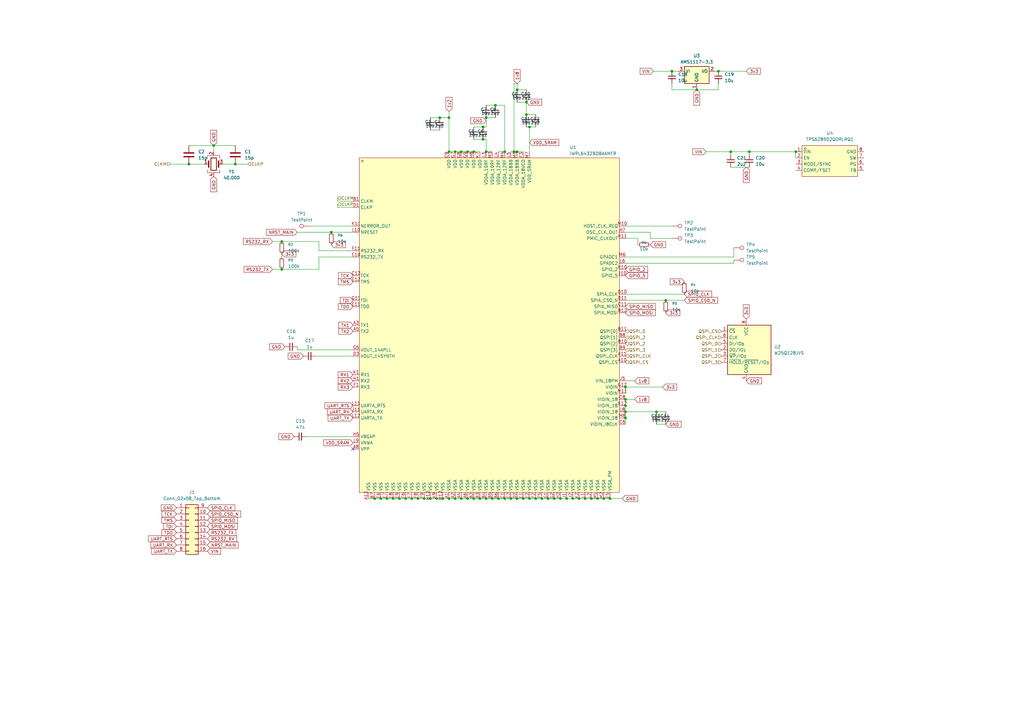
<source format=kicad_sch>
(kicad_sch (version 20250114) (generator "eeschema") (generator_version "9.0")
  (paper "A3")
  (lib_symbols
    (symbol "Connector:TestPoint" (pin_numbers (hide yes)) (pin_names (offset 0.762) (hide yes))
      (property "Reference" "TP" (at 0 6.858 0))
      (property "Value" "TestPoint" (at 0 5.08 0))
      (symbol "TestPoint_0_1"
        (circle (center 0 3.302) (radius 0.762))
      )
      (symbol "TestPoint_1_1"
        (pin passive line (at 0 0 90) (length 2.54) (name "1") (number "1"))
      )
    )
    (symbol "Connector_Generic:Conn_02x08_Top_Bottom" (pin_names (offset 1.016) (hide yes))
      (property "Reference" "J" (at 1.27 10.16 0))
      (property "Value" "Conn_02x08_Top_Bottom" (at 1.27 -12.7 0))
      (symbol "Conn_02x08_Top_Bottom_1_1"
        (rectangle (start -1.27 8.89) (end 3.81 -11.43) (stroke (width 0.254)) (fill (type background)))
        (rectangle (start -1.27 7.747) (end 0 7.493) (stroke (width 0.1524)))
        (rectangle (start -1.27 5.207) (end 0 4.953) (stroke (width 0.1524)))
        (rectangle (start -1.27 2.667) (end 0 2.413) (stroke (width 0.1524)))
        (rectangle (start -1.27 0.127) (end 0 -0.127) (stroke (width 0.1524)))
        (rectangle (start -1.27 -2.413) (end 0 -2.667) (stroke (width 0.1524)))
        (rectangle (start -1.27 -4.953) (end 0 -5.207) (stroke (width 0.1524)))
        (rectangle (start -1.27 -7.493) (end 0 -7.747) (stroke (width 0.1524)))
        (rectangle (start -1.27 -10.033) (end 0 -10.287) (stroke (width 0.1524)))
        (rectangle (start 3.81 7.747) (end 2.54 7.493) (stroke (width 0.1524)))
        (rectangle (start 3.81 5.207) (end 2.54 4.953) (stroke (width 0.1524)))
        (rectangle (start 3.81 2.667) (end 2.54 2.413) (stroke (width 0.1524)))
        (rectangle (start 3.81 0.127) (end 2.54 -0.127) (stroke (width 0.1524)))
        (rectangle (start 3.81 -2.413) (end 2.54 -2.667) (stroke (width 0.1524)))
        (rectangle (start 3.81 -4.953) (end 2.54 -5.207) (stroke (width 0.1524)))
        (rectangle (start 3.81 -7.493) (end 2.54 -7.747) (stroke (width 0.1524)))
        (rectangle (start 3.81 -10.033) (end 2.54 -10.287) (stroke (width 0.1524)))
        (pin passive line (at -5.08 7.62 0) (length 3.81) (name "Pin_1") (number "1"))
        (pin passive line (at -5.08 5.08 0) (length 3.81) (name "Pin_2") (number "2"))
        (pin passive line (at -5.08 2.54 0) (length 3.81) (name "Pin_3") (number "3"))
        (pin passive line (at -5.08 0 0) (length 3.81) (name "Pin_4") (number "4"))
        (pin passive line (at -5.08 -2.54 0) (length 3.81) (name "Pin_5") (number "5"))
        (pin passive line (at -5.08 -5.08 0) (length 3.81) (name "Pin_6") (number "6"))
        (pin passive line (at -5.08 -7.62 0) (length 3.81) (name "Pin_7") (number "7"))
        (pin passive line (at -5.08 -10.16 0) (length 3.81) (name "Pin_8") (number "8"))
        (pin passive line (at 7.62 7.62 180) (length 3.81) (name "Pin_9") (number "9"))
        (pin passive line (at 7.62 5.08 180) (length 3.81) (name "Pin_10") (number "10"))
        (pin passive line (at 7.62 2.54 180) (length 3.81) (name "Pin_11") (number "11"))
        (pin passive line (at 7.62 0 180) (length 3.81) (name "Pin_12") (number "12"))
        (pin passive line (at 7.62 -2.54 180) (length 3.81) (name "Pin_13") (number "13"))
        (pin passive line (at 7.62 -5.08 180) (length 3.81) (name "Pin_14") (number "14"))
        (pin passive line (at 7.62 -7.62 180) (length 3.81) (name "Pin_15") (number "15"))
        (pin passive line (at 7.62 -10.16 180) (length 3.81) (name "Pin_16") (number "16"))
      )
    )
    (symbol "Device:C" (pin_numbers (hide yes)) (pin_names (offset 0.254))
      (property "Reference" "C" (at 0.635 2.54 0))
      (property "Value" "C" (at 0.635 -2.54 0))
      (symbol "C_0_1"
        (polyline (pts (xy -2.032 0.762) (xy 2.032 0.762)) (stroke (width 0.508)))
        (polyline (pts (xy -2.032 -0.762) (xy 2.032 -0.762)) (stroke (width 0.508)))
      )
      (symbol "C_1_1"
        (pin passive line (at 0 3.81 270) (length 2.794) (name "~") (number "1"))
        (pin passive line (at 0 -3.81 90) (length 2.794) (name "~") (number "2"))
      )
    )
    (symbol "Device:C_Small" (pin_numbers (hide yes)) (pin_names (offset 0.254) (hide yes))
      (property "Reference" "C" (at 0.254 1.778 0))
      (property "Value" "C_Small" (at 0.254 -2.032 0))
      (symbol "C_Small_0_1"
        (polyline (pts (xy -1.524 0.508) (xy 1.524 0.508)) (stroke (width 0.3048)))
        (polyline (pts (xy -1.524 -0.508) (xy 1.524 -0.508)) (stroke (width 0.3302)))
      )
      (symbol "C_Small_1_1"
        (pin passive line (at 0 2.54 270) (length 2.032) (name "~") (number "1"))
        (pin passive line (at 0 -2.54 90) (length 2.032) (name "~") (number "2"))
      )
    )
    (symbol "Device:Crystal_GND24" (pin_names (offset 1.016) (hide yes))
      (property "Reference" "Y" (at 3.175 5.08 0))
      (property "Value" "Crystal_GND24" (at 3.175 3.175 0))
      (symbol "Crystal_GND24_0_1"
        (polyline (pts (xy -2.54 2.286) (xy -2.54 3.556) (xy 2.54 3.556) (xy 2.54 2.286)))
        (polyline (pts (xy -2.54 0) (xy -2.032 0)))
        (polyline (pts (xy -2.54 -2.286) (xy -2.54 -3.556) (xy 2.54 -3.556) (xy 2.54 -2.286)))
        (polyline (pts (xy -2.032 -1.27) (xy -2.032 1.27)) (stroke (width 0.508)))
        (rectangle (start -1.143 2.54) (end 1.143 -2.54) (stroke (width 0.3048)))
        (polyline (pts (xy 0 3.556) (xy 0 3.81)))
        (polyline (pts (xy 0 -3.81) (xy 0 -3.556)))
        (polyline (pts (xy 2.032 0) (xy 2.54 0)))
        (polyline (pts (xy 2.032 -1.27) (xy 2.032 1.27)) (stroke (width 0.508)))
      )
      (symbol "Crystal_GND24_1_1"
        (pin passive line (at -3.81 0 0) (length 1.27) (name "1") (number "1"))
        (pin passive line (at 0 5.08 270) (length 1.27) (name "2") (number "2"))
        (pin passive line (at 0 -5.08 90) (length 1.27) (name "4") (number "4"))
        (pin passive line (at 3.81 0 180) (length 1.27) (name "3") (number "3"))
      )
    )
    (symbol "Device:R_Small" (pin_numbers (hide yes)) (pin_names (offset 0.254) (hide yes))
      (property "Reference" "R" (at 0 0 90))
      (property "Value" "R_Small" (at 1.778 0 90))
      (symbol "R_Small_0_1"
        (rectangle (start -0.762 1.778) (end 0.762 -1.778) (stroke (width 0.2032)))
      )
      (symbol "R_Small_1_1"
        (pin passive line (at 0 2.54 270) (length 0.762) (name "~") (number "1"))
        (pin passive line (at 0 -2.54 90) (length 0.762) (name "~") (number "2"))
      )
    )
    (symbol "Memory_Flash:W25Q128JVS"
      (property "Reference" "U" (at -6.35 11.43 0))
      (property "Value" "W25Q128JVS" (at 7.62 11.43 0))
      (symbol "W25Q128JVS_0_1"
        (rectangle (start -7.62 10.16) (end 10.16 -10.16) (stroke (width 0.254)) (fill (type background)))
      )
      (symbol "W25Q128JVS_1_1"
        (pin input line (at -10.16 7.62 0) (length 2.54) (name "~{CS}") (number "1"))
        (pin input line (at -10.16 5.08 0) (length 2.54) (name "CLK") (number "6"))
        (pin bidirectional line (at -10.16 2.54 0) (length 2.54) (name "DI/IO_{0}") (number "5"))
        (pin bidirectional line (at -10.16 0 0) (length 2.54) (name "DO/IO_{1}") (number "2"))
        (pin bidirectional line (at -10.16 -2.54 0) (length 2.54) (name "~{WP}/IO_{2}") (number "3"))
        (pin bidirectional line (at -10.16 -5.08 0) (length 2.54) (name "~{HOLD}/~{RESET}/IO_{3}") (number "7"))
        (pin power_in line (at 0 12.7 270) (length 2.54) (name "VCC") (number "8"))
        (pin power_in line (at 0 -12.7 90) (length 2.54) (name "GND") (number "4"))
      )
    )
    (symbol "Regulator_Linear:AMS1117-3.3"
      (property "Reference" "U" (at -3.81 3.175 0))
      (property "Value" "AMS1117-3.3" (at 0 3.175 0))
      (symbol "AMS1117-3.3_0_1"
        (rectangle (start -5.08 -5.08) (end 5.08 1.905) (stroke (width 0.254)) (fill (type background)))
      )
      (symbol "AMS1117-3.3_1_1"
        (pin power_in line (at -7.62 0 0) (length 2.54) (name "VI") (number "3"))
        (pin power_in line (at 0 -7.62 90) (length 2.54) (name "GND") (number "1"))
        (pin power_out line (at 7.62 0 180) (length 2.54) (name "VO") (number "2"))
      )
    )
    (symbol "easyeda2kicad:IWRL6432BDBAAMFR"
      (property "Reference" "U" (at 0 76.2 0))
      (property "Value" "IWRL6432BDBAAMFR" (at 0 -76.2 0))
      (symbol "IWRL6432BDBAAMFR_0_1"
        (rectangle (start -53.34 68.58) (end 53.34 -68.58) (fill (type background)))
        (circle (center -52.07 67.31) (radius 0.38))
        (pin unspecified line (at -55.88 50.8 0) (length 2.54) (name "CLKM") (number "B1"))
        (pin unspecified line (at -55.88 48.26 0) (length 2.54) (name "CLKP") (number "D1"))
        (pin unspecified line (at -55.88 40.64 0) (length 2.54) (name "NERROR_OUT") (number "K11"))
        (pin unspecified line (at -55.88 38.1 0) (length 2.54) (name "NRESET") (number "L10"))
        (pin unspecified line (at -55.88 30.48 0) (length 2.54) (name "RS232_RX") (number "F11"))
        (pin unspecified line (at -55.88 27.94 0) (length 2.54) (name "RS232_TX") (number "E10"))
        (pin unspecified line (at -55.88 20.32 0) (length 2.54) (name "TCK") (number "C12"))
        (pin unspecified line (at -55.88 17.78 0) (length 2.54) (name "TMS") (number "E12"))
        (pin unspecified line (at -55.88 10.16 0) (length 2.54) (name "TDI") (number "G11"))
        (pin unspecified line (at -55.88 7.62 0) (length 2.54) (name "TDO") (number "E11"))
        (pin unspecified line (at -55.88 0 0) (length 2.54) (name "TX1") (number "A3"))
        (pin unspecified line (at -55.88 -2.54 0) (length 2.54) (name "TX2") (number "A5"))
        (pin unspecified line (at -55.88 -10.16 0) (length 2.54) (name "VOUT_14APLL") (number "G5"))
        (pin unspecified line (at -55.88 -12.7 0) (length 2.54) (name "VOUT_14SYNTH") (number "D3"))
        (pin unspecified line (at -55.88 -20.32 0) (length 2.54) (name "RX1") (number "K1"))
        (pin unspecified line (at -55.88 -22.86 0) (length 2.54) (name "RX2") (number "H1"))
        (pin unspecified line (at -55.88 -25.4 0) (length 2.54) (name "RX3") (number "F1"))
        (pin unspecified line (at -55.88 -33.02 0) (length 2.54) (name "UARTA_RTS") (number "L11"))
        (pin unspecified line (at -55.88 -35.56 0) (length 2.54) (name "UARTA_RX") (number "J11"))
        (pin unspecified line (at -55.88 -38.1 0) (length 2.54) (name "UARTA_TX") (number "L12"))
        (pin unspecified line (at -55.88 -45.72 0) (length 2.54) (name "VBGAP") (number "H5"))
        (pin unspecified line (at -55.88 -48.26 0) (length 2.54) (name "VNWA") (number "L9"))
        (pin unspecified line (at -55.88 -50.8 0) (length 2.54) (name "VPP") (number "A8"))
        (pin unspecified line (at -49.53 -71.12 90) (length 2.54) (name "VSS") (number "A12"))
        (pin unspecified line (at -46.99 -71.12 90) (length 2.54) (name "VSS") (number "B7"))
        (pin unspecified line (at -44.45 -71.12 90) (length 2.54) (name "VSS") (number "E6"))
        (pin unspecified line (at -41.91 -71.12 90) (length 2.54) (name "VSS") (number "E7"))
        (pin unspecified line (at -39.37 -71.12 90) (length 2.54) (name "VSS") (number "E8"))
        (pin unspecified line (at -36.83 -71.12 90) (length 2.54) (name "VSS") (number "E9"))
        (pin unspecified line (at -34.29 -71.12 90) (length 2.54) (name "VSS") (number "F6"))
        (pin unspecified line (at -31.75 -71.12 90) (length 2.54) (name "VSS") (number "F7"))
        (pin unspecified line (at -29.21 -71.12 90) (length 2.54) (name "VSS") (number "F8"))
        (pin unspecified line (at -26.67 -71.12 90) (length 2.54) (name "VSS") (number "F9"))
        (pin unspecified line (at -24.13 -71.12 90) (length 2.54) (name "VSS") (number "H12"))
        (pin unspecified line (at -21.59 -71.12 90) (length 2.54) (name "VSS") (number "K9"))
        (pin unspecified line (at -19.05 -71.12 90) (length 2.54) (name "VSS") (number "M12"))
        (pin unspecified line (at -16.51 71.12 270) (length 2.54) (name "VDD") (number "C9"))
        (pin unspecified line (at -16.51 -71.12 90) (length 2.54) (name "VSSA") (number "A1"))
        (pin unspecified line (at -13.97 71.12 270) (length 2.54) (name "VDD") (number "G7"))
        (pin unspecified line (at -13.97 -71.12 90) (length 2.54) (name "VSSA") (number "A2"))
        (pin unspecified line (at -11.43 71.12 270) (length 2.54) (name "VDD") (number "G8"))
        (pin unspecified line (at -11.43 -71.12 90) (length 2.54) (name "VSSA") (number "A4"))
        (pin unspecified line (at -8.89 71.12 270) (length 2.54) (name "VDD") (number "G9"))
        (pin unspecified line (at -8.89 -71.12 90) (length 2.54) (name "VSSA") (number "A6"))
        (pin unspecified line (at -6.35 71.12 270) (length 2.54) (name "VDD") (number "H8"))
        (pin unspecified line (at -6.35 -71.12 90) (length 2.54) (name "VSSA") (number "B2"))
        (pin unspecified line (at -3.81 71.12 270) (length 2.54) (name "VDD") (number "K7"))
        (pin unspecified line (at -3.81 -71.12 90) (length 2.54) (name "VSSA") (number "B3"))
        (pin unspecified line (at -1.27 71.12 270) (length 2.54) (name "VDDA_10RF") (number "L3"))
        (pin unspecified line (at -1.27 -71.12 90) (length 2.54) (name "VSSA") (number "B4"))
        (pin unspecified line (at 1.27 71.12 270) (length 2.54) (name "VDDA_10RF") (number "M3"))
        (pin unspecified line (at 1.27 -71.12 90) (length 2.54) (name "VSSA") (number "B5"))
        (pin unspecified line (at 3.81 71.12 270) (length 2.54) (name "VDDA_12RF") (number "L4"))
        (pin unspecified line (at 3.81 -71.12 90) (length 2.54) (name "VSSA") (number "B6"))
        (pin unspecified line (at 6.35 71.12 270) (length 2.54) (name "VDDA_12RF") (number "M4"))
        (pin unspecified line (at 6.35 -71.12 90) (length 2.54) (name "VSSA") (number "C1"))
        (pin unspecified line (at 8.89 71.12 270) (length 2.54) (name "VDDA_18BB") (number "L5"))
        (pin unspecified line (at 8.89 -71.12 90) (length 2.54) (name "VSSA") (number "C2"))
        (pin unspecified line (at 11.43 71.12 270) (length 2.54) (name "VDDA_18BB") (number "M5"))
        (pin unspecified line (at 11.43 -71.12 90) (length 2.54) (name "VSSA") (number "D2"))
        (pin unspecified line (at 13.97 71.12 270) (length 2.54) (name "VDDA_18VCO") (number "F3"))
        (pin unspecified line (at 13.97 -71.12 90) (length 2.54) (name "VSSA") (number "E1"))
        (pin unspecified line (at 16.51 71.12 270) (length 2.54) (name "VDD_SRAM") (number "M7"))
        (pin unspecified line (at 16.51 -71.12 90) (length 2.54) (name "VSSA") (number "E2"))
        (pin unspecified line (at 19.05 -71.12 90) (length 2.54) (name "VSSA") (number "F2"))
        (pin unspecified line (at 21.59 -71.12 90) (length 2.54) (name "VSSA") (number "F5"))
        (pin unspecified line (at 24.13 -71.12 90) (length 2.54) (name "VSSA") (number "G1"))
        (pin unspecified line (at 26.67 -71.12 90) (length 2.54) (name "VSSA") (number "G2"))
        (pin unspecified line (at 29.21 -71.12 90) (length 2.54) (name "VSSA") (number "H2"))
        (pin unspecified line (at 31.75 -71.12 90) (length 2.54) (name "VSSA") (number "J1"))
        (pin unspecified line (at 34.29 -71.12 90) (length 2.54) (name "VSSA") (number "J2"))
        (pin unspecified line (at 36.83 -71.12 90) (length 2.54) (name "VSSA") (number "K2"))
        (pin unspecified line (at 39.37 -71.12 90) (length 2.54) (name "VSSA") (number "L1"))
        (pin unspecified line (at 41.91 -71.12 90) (length 2.54) (name "VSSA") (number "L2"))
        (pin unspecified line (at 44.45 -71.12 90) (length 2.54) (name "VSSA") (number "M1"))
        (pin unspecified line (at 46.99 -71.12 90) (length 2.54) (name "VSSA") (number "M2"))
        (pin unspecified line (at 49.53 -71.12 90) (length 2.54) (name "VSSA_PM") (number "E5"))
        (pin unspecified line (at 55.88 40.64 180) (length 2.54) (name "HOST_CLK_REQ") (number "M10"))
        (pin unspecified line (at 55.88 38.1 180) (length 2.54) (name "OSC_CLK_OUT") (number "A7"))
        (pin unspecified line (at 55.88 35.56 180) (length 2.54) (name "PMIC_CLKOUT") (number "H11"))
        (pin unspecified line (at 55.88 27.94 180) (length 2.54) (name "GPADC1") (number "M6"))
        (pin unspecified line (at 55.88 25.4 180) (length 2.54) (name "GPADC2") (number "L6"))
        (pin unspecified line (at 55.88 22.86 180) (length 2.54) (name "GPIO_2") (number "H10"))
        (pin unspecified line (at 55.88 20.32 180) (length 2.54) (name "GPIO_5") (number "J10"))
        (pin unspecified line (at 55.88 12.7 180) (length 2.54) (name "SPIA_CLK") (number "D10"))
        (pin unspecified line (at 55.88 10.16 180) (length 2.54) (name "SPIA_CS0_N") (number "D11"))
        (pin unspecified line (at 55.88 7.62 180) (length 2.54) (name "SPIA_MISO") (number "C11"))
        (pin unspecified line (at 55.88 5.08 180) (length 2.54) (name "SPIA_MOSI") (number "B12"))
        (pin unspecified line (at 55.88 -2.54 180) (length 2.54) (name "QSPI[0]") (number "B11"))
        (pin unspecified line (at 55.88 -5.08 180) (length 2.54) (name "QSPI[1]") (number "B8"))
        (pin unspecified line (at 55.88 -7.62 180) (length 2.54) (name "QSPI[2]") (number "B10"))
        (pin unspecified line (at 55.88 -10.16 180) (length 2.54) (name "QSPI[3]") (number "B9"))
        (pin unspecified line (at 55.88 -12.7 180) (length 2.54) (name "QSPI_CLK") (number "A11"))
        (pin unspecified line (at 55.88 -15.24 180) (length 2.54) (name "QSPI_CS") (number "A10"))
        (pin unspecified line (at 55.88 -22.86 180) (length 2.54) (name "VIN_18PM") (number "J5"))
        (pin unspecified line (at 55.88 -25.4 180) (length 2.54) (name "VIOIN") (number "G12"))
        (pin unspecified line (at 55.88 -27.94 180) (length 2.54) (name "VIOIN") (number "M11"))
        (pin unspecified line (at 55.88 -30.48 180) (length 2.54) (name "VIOIN_18") (number "C8"))
        (pin unspecified line (at 55.88 -33.02 180) (length 2.54) (name "VIOIN_18") (number "K12"))
        (pin unspecified line (at 55.88 -35.56 180) (length 2.54) (name "VIOIN_18") (number "L8"))
        (pin unspecified line (at 55.88 -38.1 180) (length 2.54) (name "VIOIN_18") (number "M8"))
        (pin unspecified line (at 55.88 -40.64 180) (length 2.54) (name "VIOIN_I8CLK") (number "C6"))
      )
    )
    (symbol "easyeda2kicad:TPS628502QDRLRQ1"
      (property "Reference" "U" (at 0 8.89 0))
      (property "Value" "TPS628502QDRLRQ1" (at 0 -8.89 0))
      (symbol "TPS628502QDRLRQ1_0_1"
        (rectangle (start -11.43 6.35) (end 11.43 -6.35) (fill (type background)))
        (circle (center -10.16 5.08) (radius 0.38))
        (pin unspecified line (at -13.97 3.81 0) (length 2.54) (name "VIN") (number "1"))
        (pin unspecified line (at -13.97 1.27 0) (length 2.54) (name "EN") (number "2"))
        (pin unspecified line (at -13.97 -1.27 0) (length 2.54) (name "MODE/SYNC") (number "3"))
        (pin unspecified line (at -13.97 -3.81 0) (length 2.54) (name "COMP/FSET") (number "4"))
        (pin unspecified line (at 13.97 3.81 180) (length 2.54) (name "GND") (number "8"))
        (pin unspecified line (at 13.97 1.27 180) (length 2.54) (name "SW") (number "7"))
        (pin unspecified line (at 13.97 -1.27 180) (length 2.54) (name "PG") (number "6"))
        (pin unspecified line (at 13.97 -3.81 180) (length 2.54) (name "FB") (number "5"))
      )
    )
  )
  (junction (at 180.34 48.26))
  (junction (at 191.77 204.47))
  (junction (at 196.85 204.47))
  (junction (at 212.09 204.47))
  (junction (at 222.25 204.47))
  (junction (at 181.61 204.47))
  (junction (at 199.39 48.26))
  (junction (at 256.54 158.75))
  (junction (at 189.23 62.23))
  (junction (at 198.12 57.15))
  (junction (at 234.95 204.47))
  (junction (at 299.72 62.23))
  (junction (at 256.54 166.37))
  (junction (at 245.11 204.47))
  (junction (at 184.15 204.47))
  (junction (at 179.07 204.47))
  (junction (at 161.29 204.47))
  (junction (at 171.45 204.47))
  (junction (at 294.64 29.21))
  (junction (at 217.17 52.07))
  (junction (at 250.19 204.47))
  (junction (at 115.57 110.49))
  (junction (at 198.12 52.07))
  (junction (at 219.71 204.47))
  (junction (at 203.2 43.18))
  (junction (at 256.54 163.83))
  (junction (at 135.89 95.25))
  (junction (at 273.05 123.19))
  (junction (at 153.67 204.47))
  (junction (at 186.69 62.23))
  (junction (at 156.21 204.47))
  (junction (at 242.57 204.47))
  (junction (at 201.93 204.47))
  (junction (at 184.15 62.23))
  (junction (at 199.39 62.23))
  (junction (at 210.82 62.23))
  (junction (at 176.53 204.47))
  (junction (at 307.34 62.23))
  (junction (at 199.39 204.47))
  (junction (at 217.17 204.47))
  (junction (at 247.65 204.47))
  (junction (at 240.03 204.47))
  (junction (at 256.54 168.91))
  (junction (at 166.37 204.47))
  (junction (at 194.31 204.47))
  (junction (at 237.49 204.47))
  (junction (at 115.57 99.06))
  (junction (at 184.15 48.26))
  (junction (at 326.39 62.23))
  (junction (at 269.24 168.91))
  (junction (at 186.69 204.47))
  (junction (at 227.33 204.47))
  (junction (at 224.79 204.47))
  (junction (at 77.47 67.31))
  (junction (at 229.87 204.47))
  (junction (at 209.55 204.47))
  (junction (at 215.9 41.91))
  (junction (at 256.54 171.45))
  (junction (at 194.31 62.23))
  (junction (at 168.91 204.47))
  (junction (at 87.63 59.69))
  (junction (at 158.75 204.47))
  (junction (at 96.52 67.31))
  (junction (at 207.01 204.47))
  (junction (at 207.01 62.23))
  (junction (at 212.09 62.23))
  (junction (at 215.9 46.99))
  (junction (at 191.77 62.23))
  (junction (at 163.83 204.47))
  (junction (at 214.63 204.47))
  (junction (at 189.23 204.47))
  (junction (at 212.09 36.83))
  (junction (at 232.41 204.47))
  (junction (at 173.99 204.47))
  (junction (at 204.47 204.47))
  (junction (at 285.75 36.83))
  (junction (at 275.59 29.21))
  (no_connect (at 144.78 184.15))
  (wire (pts (xy 209.55 204.47) (xy 212.09 204.47)))
  (wire (pts (xy 138.43 85.09) (xy 144.78 85.09)))
  (wire (pts (xy 261.62 97.79) (xy 261.62 100.33)))
  (wire (pts (xy 273.05 123.19) (xy 256.54 123.19)))
  (wire (pts (xy 212.09 34.29) (xy 212.09 36.83)))
  (wire (pts (xy 151.13 204.47) (xy 153.67 204.47)))
  (wire (pts (xy 138.43 82.55) (xy 144.78 82.55)))
  (wire (pts (xy 69.85 67.31) (xy 77.47 67.31)))
  (wire (pts (xy 163.83 204.47) (xy 166.37 204.47)))
  (wire (pts (xy 294.64 36.83) (xy 285.75 36.83)))
  (wire (pts (xy 176.53 204.47) (xy 179.07 204.47)))
  (wire (pts (xy 222.25 204.47) (xy 224.79 204.47)))
  (wire (pts (xy 173.99 204.47) (xy 176.53 204.47)))
  (wire (pts (xy 326.39 62.23) (xy 326.39 64.77)))
  (wire (pts (xy 207.01 43.18) (xy 207.01 62.23)))
  (wire (pts (xy 256.54 156.21) (xy 260.35 156.21)))
  (wire (pts (xy 181.61 204.47) (xy 184.15 204.47)))
  (wire (pts (xy 207.01 204.47) (xy 209.55 204.47)))
  (wire (pts (xy 256.54 168.91) (xy 256.54 171.45)))
  (wire (pts (xy 96.52 67.31) (xy 101.6 67.31)))
  (wire (pts (xy 256.54 105.41) (xy 300.99 105.41)))
  (wire (pts (xy 275.59 97.79) (xy 266.7 97.79)))
  (wire (pts (xy 256.54 168.91) (xy 269.24 168.91)))
  (wire (pts (xy 77.47 59.69) (xy 87.63 59.69)))
  (wire (pts (xy 227.33 204.47) (xy 229.87 204.47)))
  (wire (pts (xy 217.17 52.07) (xy 217.17 62.23)))
  (wire (pts (xy 115.57 110.49) (xy 130.81 110.49)))
  (wire (pts (xy 242.57 204.47) (xy 245.11 204.47)))
  (wire (pts (xy 215.9 52.07) (xy 217.17 52.07)))
  (wire (pts (xy 215.9 46.99) (xy 219.71 46.99)))
  (wire (pts (xy 203.2 43.18) (xy 207.01 43.18)))
  (wire (pts (xy 245.11 204.47) (xy 247.65 204.47)))
  (wire (pts (xy 299.72 62.23) (xy 307.34 62.23)))
  (wire (pts (xy 130.81 105.41) (xy 144.78 105.41)))
  (wire (pts (xy 266.7 95.25) (xy 256.54 95.25)))
  (wire (pts (xy 212.09 204.47) (xy 214.63 204.47)))
  (wire (pts (xy 87.63 59.69) (xy 87.63 62.23)))
  (wire (pts (xy 199.39 204.47) (xy 201.93 204.47)))
  (wire (pts (xy 217.17 204.47) (xy 219.71 204.47)))
  (wire (pts (xy 289.56 62.23) (xy 299.72 62.23)))
  (wire (pts (xy 250.19 204.47) (xy 255.27 204.47)))
  (wire (pts (xy 186.69 62.23) (xy 189.23 62.23)))
  (wire (pts (xy 166.37 204.47) (xy 168.91 204.47)))
  (wire (pts (xy 269.24 173.99) (xy 273.05 173.99)))
  (wire (pts (xy 138.43 81.28) (xy 138.43 82.55)))
  (wire (pts (xy 219.71 204.47) (xy 222.25 204.47)))
  (wire (pts (xy 267.97 29.21) (xy 275.59 29.21)))
  (wire (pts (xy 77.47 67.31) (xy 83.82 67.31)))
  (wire (pts (xy 115.57 99.06) (xy 130.81 99.06)))
  (wire (pts (xy 275.59 29.21) (xy 278.13 29.21)))
  (wire (pts (xy 189.23 62.23) (xy 191.77 62.23)))
  (wire (pts (xy 256.54 97.79) (xy 261.62 97.79)))
  (wire (pts (xy 91.44 67.31) (xy 96.52 67.31)))
  (wire (pts (xy 307.34 62.23) (xy 307.34 63.5)))
  (wire (pts (xy 293.37 29.21) (xy 294.64 29.21)))
  (wire (pts (xy 199.39 48.26) (xy 199.39 52.07)))
  (wire (pts (xy 144.78 179.07) (xy 125.73 179.07)))
  (wire (pts (xy 256.54 166.37) (xy 256.54 168.91)))
  (wire (pts (xy 198.12 57.15) (xy 199.39 57.15)))
  (wire (pts (xy 138.43 83.82) (xy 138.43 85.09)))
  (wire (pts (xy 194.31 204.47) (xy 196.85 204.47)))
  (wire (pts (xy 294.64 34.29) (xy 294.64 36.83)))
  (wire (pts (xy 161.29 204.47) (xy 163.83 204.47)))
  (wire (pts (xy 240.03 204.47) (xy 242.57 204.47)))
  (wire (pts (xy 212.09 41.91) (xy 215.9 41.91)))
  (wire (pts (xy 87.63 59.69) (xy 96.52 59.69)))
  (wire (pts (xy 135.89 95.25) (xy 144.78 95.25)))
  (wire (pts (xy 111.76 99.06) (xy 115.57 99.06)))
  (wire (pts (xy 191.77 204.47) (xy 194.31 204.47)))
  (wire (pts (xy 158.75 204.47) (xy 161.29 204.47)))
  (wire (pts (xy 191.77 62.23) (xy 194.31 62.23)))
  (wire (pts (xy 153.67 204.47) (xy 156.21 204.47)))
  (wire (pts (xy 256.54 158.75) (xy 256.54 161.29)))
  (wire (pts (xy 168.91 204.47) (xy 171.45 204.47)))
  (wire (pts (xy 199.39 48.26) (xy 203.2 48.26)))
  (wire (pts (xy 307.34 62.23) (xy 326.39 62.23)))
  (wire (pts (xy 176.53 53.34) (xy 180.34 53.34)))
  (wire (pts (xy 280.67 123.19) (xy 273.05 123.19)))
  (wire (pts (xy 199.39 43.18) (xy 203.2 43.18)))
  (wire (pts (xy 256.54 92.71) (xy 275.59 92.71)))
  (wire (pts (xy 121.92 143.51) (xy 121.92 142.24)))
  (wire (pts (xy 186.69 204.47) (xy 189.23 204.47)))
  (wire (pts (xy 204.47 62.23) (xy 207.01 62.23)))
  (wire (pts (xy 229.87 204.47) (xy 232.41 204.47)))
  (wire (pts (xy 275.59 34.29) (xy 275.59 36.83)))
  (wire (pts (xy 201.93 204.47) (xy 204.47 204.47)))
  (wire (pts (xy 130.81 99.06) (xy 130.81 102.87)))
  (wire (pts (xy 194.31 52.07) (xy 198.12 52.07)))
  (wire (pts (xy 299.72 68.58) (xy 307.34 68.58)))
  (wire (pts (xy 275.59 36.83) (xy 285.75 36.83)))
  (wire (pts (xy 232.41 204.47) (xy 234.95 204.47)))
  (wire (pts (xy 269.24 168.91) (xy 273.05 168.91)))
  (wire (pts (xy 256.54 158.75) (xy 271.78 158.75)))
  (wire (pts (xy 196.85 204.47) (xy 199.39 204.47)))
  (wire (pts (xy 176.53 48.26) (xy 180.34 48.26)))
  (wire (pts (xy 256.54 120.65) (xy 280.67 120.65)))
  (wire (pts (xy 266.7 97.79) (xy 266.7 95.25)))
  (wire (pts (xy 199.39 57.15) (xy 199.39 62.23)))
  (wire (pts (xy 212.09 36.83) (xy 215.9 36.83)))
  (wire (pts (xy 184.15 204.47) (xy 186.69 204.47)))
  (wire (pts (xy 199.39 62.23) (xy 201.93 62.23)))
  (wire (pts (xy 300.99 107.95) (xy 300.99 106.68)))
  (wire (pts (xy 210.82 34.29) (xy 210.82 62.23)))
  (wire (pts (xy 129.54 146.05) (xy 144.78 146.05)))
  (wire (pts (xy 212.09 62.23) (xy 214.63 62.23)))
  (wire (pts (xy 256.54 163.83) (xy 256.54 166.37)))
  (wire (pts (xy 194.31 62.23) (xy 196.85 62.23)))
  (wire (pts (xy 256.54 171.45) (xy 256.54 173.99)))
  (wire (pts (xy 214.63 204.47) (xy 217.17 204.47)))
  (wire (pts (xy 210.82 62.23) (xy 209.55 62.23)))
  (wire (pts (xy 215.9 41.91) (xy 215.9 46.99)))
  (wire (pts (xy 130.81 102.87) (xy 144.78 102.87)))
  (wire (pts (xy 237.49 204.47) (xy 240.03 204.47)))
  (wire (pts (xy 184.15 45.72) (xy 184.15 48.26)))
  (wire (pts (xy 224.79 204.47) (xy 227.33 204.47)))
  (wire (pts (xy 210.82 62.23) (xy 212.09 62.23)))
  (wire (pts (xy 115.57 104.14) (xy 115.57 105.41)))
  (wire (pts (xy 121.92 95.25) (xy 135.89 95.25)))
  (wire (pts (xy 247.65 204.47) (xy 250.19 204.47)))
  (wire (pts (xy 204.47 204.47) (xy 207.01 204.47)))
  (wire (pts (xy 234.95 204.47) (xy 237.49 204.47)))
  (wire (pts (xy 260.35 163.83) (xy 256.54 163.83)))
  (wire (pts (xy 217.17 52.07) (xy 219.71 52.07)))
  (wire (pts (xy 130.81 110.49) (xy 130.81 105.41)))
  (wire (pts (xy 127 92.71) (xy 144.78 92.71)))
  (wire (pts (xy 294.64 29.21) (xy 306.07 29.21)))
  (wire (pts (xy 171.45 204.47) (xy 173.99 204.47)))
  (wire (pts (xy 184.15 62.23) (xy 186.69 62.23)))
  (wire (pts (xy 156.21 204.47) (xy 158.75 204.47)))
  (wire (pts (xy 256.54 107.95) (xy 300.99 107.95)))
  (wire (pts (xy 179.07 204.47) (xy 181.61 204.47)))
  (wire (pts (xy 184.15 48.26) (xy 184.15 62.23)))
  (wire (pts (xy 180.34 48.26) (xy 184.15 48.26)))
  (wire (pts (xy 189.23 204.47) (xy 191.77 204.47)))
  (wire (pts (xy 144.78 143.51) (xy 121.92 143.51)))
  (wire (pts (xy 300.99 105.41) (xy 300.99 101.6)))
  (wire (pts (xy 199.39 52.07) (xy 198.12 52.07)))
  (wire (pts (xy 210.82 34.29) (xy 212.09 34.29)))
  (wire (pts (xy 111.76 110.49) (xy 115.57 110.49)))
  (wire (pts (xy 299.72 62.23) (xy 299.72 63.5)))
  (wire (pts (xy 194.31 57.15) (xy 198.12 57.15)))
  (global_label "TX2" (shape input) (at 144.78 135.89 180) (property "Intersheetrefs" "${INTERSHEET_REFS}" (effects (hide yes))))
  (global_label "GND" (shape input) (at 285.75 36.83 270) (property "Intersheetrefs" "${INTERSHEET_REFS}" (effects (hide yes))))
  (global_label "VIN" (shape input) (at 267.97 29.21 180) (property "Intersheetrefs" "${INTERSHEET_REFS}" (effects (hide yes))))
  (global_label "SPI0_MOSI" (shape input) (at 256.54 128.27 0) (property "Intersheetrefs" "${INTERSHEET_REFS}" (effects (hide yes))))
  (global_label "UART_RX" (shape input) (at 144.78 168.91 180) (property "Intersheetrefs" "${INTERSHEET_REFS}" (effects (hide yes))))
  (global_label "1v8" (shape input) (at 260.35 163.83 0) (property "Intersheetrefs" "${INTERSHEET_REFS}" (effects (hide yes))))
  (global_label "RS232_TX" (shape input) (at 111.76 110.49 180) (property "Intersheetrefs" "${INTERSHEET_REFS}" (effects (hide yes))))
  (global_label "SPI0_CS0_N" (shape input) (at 85.09 210.82 0) (property "Intersheetrefs" "${INTERSHEET_REFS}" (effects (hide yes))))
  (global_label "RS232_RX" (shape input) (at 85.09 220.98 0) (property "Intersheetrefs" "${INTERSHEET_REFS}" (effects (hide yes))))
  (global_label "GND" (shape input) (at 306.07 156.21 0) (property "Intersheetrefs" "${INTERSHEET_REFS}" (effects (hide yes))))
  (global_label "3v3" (shape input) (at 273.05 128.27 0) (property "Intersheetrefs" "${INTERSHEET_REFS}" (effects (hide yes))))
  (global_label "UART_TX" (shape input) (at 144.78 171.45 180) (property "Intersheetrefs" "${INTERSHEET_REFS}" (effects (hide yes))))
  (global_label "3v3" (shape input) (at 271.78 158.75 0) (property "Intersheetrefs" "${INTERSHEET_REFS}" (effects (hide yes))))
  (global_label "GND" (shape input) (at 120.65 179.07 180) (property "Intersheetrefs" "${INTERSHEET_REFS}" (effects (hide yes))))
  (global_label "TDO" (shape input) (at 144.78 125.73 180) (property "Intersheetrefs" "${INTERSHEET_REFS}" (effects (hide yes))))
  (global_label "GND" (shape input) (at 215.9 41.91 0) (property "Intersheetrefs" "${INTERSHEET_REFS}" (effects (hide yes))))
  (global_label "TMS" (shape input) (at 72.39 213.36 180) (property "Intersheetrefs" "${INTERSHEET_REFS}" (effects (hide yes))))
  (global_label "VDD_SRAM" (shape input) (at 144.78 181.61 180) (property "Intersheetrefs" "${INTERSHEET_REFS}" (effects (hide yes))))
  (global_label "GPIO_5" (shape input) (at 256.54 113.03 0) (property "Intersheetrefs" "${INTERSHEET_REFS}" (effects (hide yes))))
  (global_label "3v3" (shape input) (at 280.67 115.57 180) (property "Intersheetrefs" "${INTERSHEET_REFS}" (effects (hide yes))))
  (global_label "RX2" (shape input) (at 144.78 156.21 180) (property "Intersheetrefs" "${INTERSHEET_REFS}" (effects (hide yes))))
  (global_label "1v8" (shape input) (at 212.09 34.29 90) (property "Intersheetrefs" "${INTERSHEET_REFS}" (effects (hide yes))))
  (global_label "UART_RTS" (shape input) (at 72.39 220.98 180) (property "Intersheetrefs" "${INTERSHEET_REFS}" (effects (hide yes))))
  (global_label "TDI" (shape input) (at 72.39 215.9 180) (property "Intersheetrefs" "${INTERSHEET_REFS}" (effects (hide yes))))
  (global_label "GND" (shape input) (at 87.63 72.39 270) (property "Intersheetrefs" "${INTERSHEET_REFS}" (effects (hide yes))))
  (global_label "NRST_MAIN" (shape input) (at 85.09 223.52 0) (property "Intersheetrefs" "${INTERSHEET_REFS}" (effects (hide yes))))
  (global_label "TX1" (shape input) (at 144.78 133.35 180) (property "Intersheetrefs" "${INTERSHEET_REFS}" (effects (hide yes))))
  (global_label "SPI0_MISO" (shape input) (at 85.09 213.36 0) (property "Intersheetrefs" "${INTERSHEET_REFS}" (effects (hide yes))))
  (global_label "VDD_SRAM" (shape input) (at 217.17 58.42 0) (property "Intersheetrefs" "${INTERSHEET_REFS}" (effects (hide yes))))
  (global_label "GND" (shape input) (at 199.39 49.53 180) (property "Intersheetrefs" "${INTERSHEET_REFS}" (effects (hide yes))))
  (global_label "RS232_TX" (shape input) (at 85.09 218.44 0) (property "Intersheetrefs" "${INTERSHEET_REFS}" (effects (hide yes))))
  (global_label "TDO" (shape input) (at 72.39 218.44 180) (property "Intersheetrefs" "${INTERSHEET_REFS}" (effects (hide yes))))
  (global_label "VIN" (shape input) (at 85.09 226.06 0) (property "Intersheetrefs" "${INTERSHEET_REFS}" (effects (hide yes))))
  (global_label "3v3" (shape input) (at 135.89 100.33 0) (property "Intersheetrefs" "${INTERSHEET_REFS}" (effects (hide yes))))
  (global_label "3v3" (shape input) (at 306.07 130.81 90) (property "Intersheetrefs" "${INTERSHEET_REFS}" (effects (hide yes))))
  (global_label "RS232_RX" (shape input) (at 111.76 99.06 180) (property "Intersheetrefs" "${INTERSHEET_REFS}" (effects (hide yes))))
  (global_label "GND" (shape input) (at 124.46 146.05 180) (property "Intersheetrefs" "${INTERSHEET_REFS}" (effects (hide yes))))
  (global_label "1v2" (shape input) (at 184.15 45.72 90) (property "Intersheetrefs" "${INTERSHEET_REFS}" (effects (hide yes))))
  (global_label "GND" (shape input) (at 266.7 100.33 0) (property "Intersheetrefs" "${INTERSHEET_REFS}" (effects (hide yes))))
  (global_label "TDI" (shape input) (at 144.78 123.19 180) (property "Intersheetrefs" "${INTERSHEET_REFS}" (effects (hide yes))))
  (global_label "UART_RTS" (shape input) (at 144.78 166.37 180) (property "Intersheetrefs" "${INTERSHEET_REFS}" (effects (hide yes))))
  (global_label "SPI0_CS0_N" (shape input) (at 280.67 123.19 0) (property "Intersheetrefs" "${INTERSHEET_REFS}" (effects (hide yes))))
  (global_label "1v8" (shape input) (at 260.35 156.21 0) (property "Intersheetrefs" "${INTERSHEET_REFS}" (effects (hide yes))))
  (global_label "TCK" (shape input) (at 144.78 113.03 180) (property "Intersheetrefs" "${INTERSHEET_REFS}" (effects (hide yes))))
  (global_label "GND" (shape input) (at 306.07 68.58 270) (property "Intersheetrefs" "${INTERSHEET_REFS}" (effects (hide yes))))
  (global_label "GND" (shape input) (at 273.05 173.99 0) (property "Intersheetrefs" "${INTERSHEET_REFS}" (effects (hide yes))))
  (global_label "GND" (shape input) (at 87.63 59.69 90) (property "Intersheetrefs" "${INTERSHEET_REFS}" (effects (hide yes))))
  (global_label "SPI0_MISO" (shape input) (at 256.54 125.73 0) (property "Intersheetrefs" "${INTERSHEET_REFS}" (effects (hide yes))))
  (global_label "TCK" (shape input) (at 72.39 210.82 180) (property "Intersheetrefs" "${INTERSHEET_REFS}" (effects (hide yes))))
  (global_label "NRST_MAIN" (shape input) (at 121.92 95.25 180) (property "Intersheetrefs" "${INTERSHEET_REFS}" (effects (hide yes))))
  (global_label "RX3" (shape input) (at 144.78 158.75 180) (property "Intersheetrefs" "${INTERSHEET_REFS}" (effects (hide yes))))
  (global_label "SPI0_CLK" (shape input) (at 280.67 120.65 0) (property "Intersheetrefs" "${INTERSHEET_REFS}" (effects (hide yes))))
  (global_label "GND" (shape input) (at 72.39 208.28 180) (property "Intersheetrefs" "${INTERSHEET_REFS}" (effects (hide yes))))
  (global_label "UART_RX" (shape input) (at 72.39 223.52 180) (property "Intersheetrefs" "${INTERSHEET_REFS}" (effects (hide yes))))
  (global_label "SPI0_MOSI" (shape input) (at 85.09 215.9 0) (property "Intersheetrefs" "${INTERSHEET_REFS}" (effects (hide yes))))
  (global_label "GPIO_2" (shape input) (at 256.54 110.49 0) (property "Intersheetrefs" "${INTERSHEET_REFS}" (effects (hide yes))))
  (global_label "RX1" (shape input) (at 144.78 153.67 180) (property "Intersheetrefs" "${INTERSHEET_REFS}" (effects (hide yes))))
  (global_label "3v3" (shape input) (at 115.57 104.14 0) (property "Intersheetrefs" "${INTERSHEET_REFS}" (effects (hide yes))))
  (global_label "TMS" (shape input) (at 144.78 115.57 180) (property "Intersheetrefs" "${INTERSHEET_REFS}" (effects (hide yes))))
  (global_label "GND" (shape input) (at 116.84 142.24 180) (property "Intersheetrefs" "${INTERSHEET_REFS}" (effects (hide yes))))
  (global_label "GND" (shape input) (at 255.27 204.47 0) (property "Intersheetrefs" "${INTERSHEET_REFS}" (effects (hide yes))))
  (global_label "3v3" (shape input) (at 306.07 29.21 0) (property "Intersheetrefs" "${INTERSHEET_REFS}" (effects (hide yes))))
  (global_label "SPI0_CLK" (shape input) (at 85.09 208.28 0) (property "Intersheetrefs" "${INTERSHEET_REFS}" (effects (hide yes))))
  (global_label "UART_TX" (shape input) (at 72.39 226.06 180) (property "Intersheetrefs" "${INTERSHEET_REFS}" (effects (hide yes))))
  (global_label "VIN" (shape input) (at 289.56 62.23 180) (property "Intersheetrefs" "${INTERSHEET_REFS}" (effects (hide yes))))
  (hierarchical_label "QSPI_2" (shape input) (at 256.54 138.43 0))
  (hierarchical_label "QSPI_2" (shape input) (at 295.91 146.05 180))
  (hierarchical_label "CLKP" (shape input) (at 101.6 67.31 0))
  (hierarchical_label "QSPI_0" (shape input) (at 256.54 135.89 0))
  (hierarchical_label "QSPI_3" (shape input) (at 295.91 148.59 180))
  (hierarchical_label "QSPI_2" (shape input) (at 256.54 140.97 0))
  (hierarchical_label "QSPI_CLK" (shape input) (at 256.54 146.05 0))
  (hierarchical_label "QSPI_0" (shape input) (at 295.91 140.97 180))
  (hierarchical_label "QSPI_CLK" (shape input) (at 295.91 138.43 180))
  (hierarchical_label "CLKP" (shape input) (at 138.43 83.82 0))
  (hierarchical_label "QSPI_CS" (shape input) (at 295.91 135.89 180))
  (hierarchical_label "QSPI_1" (shape input) (at 295.91 143.51 180))
  (hierarchical_label "QSPI_3" (shape input) (at 256.54 143.51 0))
  (hierarchical_label "QSPI_CS" (shape input) (at 256.54 148.59 0))
  (hierarchical_label "CLKM" (shape input) (at 138.43 81.28 0))
  (hierarchical_label "CLKM" (shape input) (at 69.85 67.31 180))
  (symbol (lib_id "Device:C_Small") (at 127 146.05 90) (unit 1)
    (property "Reference" "C17" (at 127.0063 139.7 90))
    (property "Value" "1u" (at 127.0063 142.24 90))
    (property "Footprint" "Capacitor_SMD:C_0603_1608Metric_Pad1.08x0.95mm_HandSolder" (effects (hide yes)))
    (property "Description" "Unpolarized capacitor, small symbol" (effects (hide yes)))
  )
  (symbol (lib_id "Device:C_Small") (at 194.31 54.61 0) (unit 1)
    (property "Reference" "C5" (at 192.024 53.848 0) (effects (justify left)))
    (property "Value" "10u" (at 192.278 55.372 0) (effects (justify left)))
    (property "Footprint" "Capacitor_SMD:C_0603_1608Metric_Pad1.08x0.95mm_HandSolder" (effects (hide yes)))
    (property "Description" "Unpolarized capacitor, small symbol" (effects (hide yes)))
  )
  (symbol (lib_id "Device:C_Small") (at 307.34 66.04 0) (unit 1)
    (property "Reference" "C20" (at 309.88 64.7762 0) (effects (justify left)))
    (property "Value" "10u" (at 309.88 67.3162 0) (effects (justify left)))
    (property "Footprint" "Capacitor_SMD:C_0603_1608Metric" (effects (hide yes)))
    (property "Description" "Unpolarized capacitor, small symbol" (effects (hide yes)))
  )
  (symbol (lib_id "Connector_Generic:Conn_02x08_Top_Bottom") (at 77.47 215.9 0) (unit 1)
    (property "Reference" "J1" (at 78.74 201.93 0))
    (property "Value" "Conn_02x08_Top_Bottom" (at 78.74 204.47 0))
    (property "Footprint" "Connector_PinHeader_2.54mm:PinHeader_2x08_P2.54mm_Vertical" (effects (hide yes)))
    (property "Description" "Generic connector, double row, 02x08, top/bottom pin numbering scheme (row 1: 1...pins_per_row, row2: pins_per_row+1 ... num_pins), script generated (kicad-library-utils/schlib/autogen/connector/)" (effects (hide yes)))
  )
  (symbol (lib_id "Connector:TestPoint") (at 300.99 101.6 270) (unit 1)
    (property "Reference" "TP4" (at 306.07 100.3299 90) (effects (justify left)))
    (property "Value" "TestPoint" (at 306.07 102.8699 90) (effects (justify left)))
    (property "Footprint" "TestPoint:TestPoint_Pad_D2.0mm" (effects (hide yes)))
    (property "Description" "test point" (effects (hide yes)))
  )
  (symbol (lib_id "Device:C_Small") (at 219.71 49.53 0) (unit 1)
    (property "Reference" "C12" (at 217.424 48.768 0) (effects (justify left)))
    (property "Value" "2u2" (at 217.678 50.292 0) (effects (justify left)))
    (property "Footprint" "Capacitor_SMD:C_0603_1608Metric_Pad1.08x0.95mm_HandSolder" (effects (hide yes)))
    (property "Description" "Unpolarized capacitor, small symbol" (effects (hide yes)))
  )
  (symbol (lib_id "Device:R_Small") (at 273.05 125.73 0) (unit 1)
    (property "Reference" "R5" (at 275.59 124.4599 0) (effects (font (size 1.016 1.016)) (justify left)))
    (property "Value" "10k" (at 275.59 126.9999 0) (effects (justify left)))
    (property "Footprint" "Resistor_SMD:R_0402_1005Metric" (effects (hide yes)))
    (property "Description" "Resistor, small symbol" (effects (hide yes)))
  )
  (symbol (lib_id "Device:C_Small") (at 215.9 49.53 0) (unit 1)
    (property "Reference" "C11" (at 213.614 48.768 0) (effects (justify left)))
    (property "Value" "10u" (at 213.868 50.292 0) (effects (justify left)))
    (property "Footprint" "Capacitor_SMD:C_0603_1608Metric_Pad1.08x0.95mm_HandSolder" (effects (hide yes)))
    (property "Description" "Unpolarized capacitor, small symbol" (effects (hide yes)))
  )
  (symbol (lib_id "Device:C_Small") (at 269.24 171.45 0) (unit 1)
    (property "Reference" "C13" (at 266.954 170.688 0) (effects (justify left)))
    (property "Value" "10u" (at 267.208 172.212 0) (effects (justify left)))
    (property "Footprint" "Capacitor_SMD:C_0603_1608Metric_Pad1.08x0.95mm_HandSolder" (effects (hide yes)))
    (property "Description" "Unpolarized capacitor, small symbol" (effects (hide yes)))
  )
  (symbol (lib_id "Device:C_Small") (at 215.9 39.37 0) (unit 1)
    (property "Reference" "C10" (at 213.614 38.608 0) (effects (justify left)))
    (property "Value" "2u2" (at 213.868 40.132 0) (effects (justify left)))
    (property "Footprint" "Capacitor_SMD:C_0603_1608Metric_Pad1.08x0.95mm_HandSolder" (effects (hide yes)))
    (property "Description" "Unpolarized capacitor, small symbol" (effects (hide yes)))
  )
  (symbol (lib_id "Device:C_Small") (at 275.59 31.75 0) (unit 1)
    (property "Reference" "C18" (at 278.13 30.4862 0) (effects (justify left)))
    (property "Value" "10u" (at 278.13 33.0262 0) (effects (justify left)))
    (property "Footprint" "Capacitor_SMD:C_0603_1608Metric" (effects (hide yes)))
    (property "Description" "Unpolarized capacitor, small symbol" (effects (hide yes)))
  )
  (symbol (lib_id "Connector:TestPoint") (at 300.99 106.68 270) (unit 1)
    (property "Reference" "TP5" (at 306.07 105.4099 90) (effects (justify left)))
    (property "Value" "TestPoint" (at 306.07 107.9499 90) (effects (justify left)))
    (property "Footprint" "TestPoint:TestPoint_Pad_D2.0mm" (effects (hide yes)))
    (property "Description" "test point" (effects (hide yes)))
  )
  (symbol (lib_id "Device:C_Small") (at 198.12 54.61 0) (unit 1)
    (property "Reference" "C6" (at 195.834 53.848 0) (effects (justify left)))
    (property "Value" "2u2" (at 196.088 55.372 0) (effects (justify left)))
    (property "Footprint" "Capacitor_SMD:C_0603_1608Metric_Pad1.08x0.95mm_HandSolder" (effects (hide yes)))
    (property "Description" "Unpolarized capacitor, small symbol" (effects (hide yes)))
  )
  (symbol (lib_id "Regulator_Linear:AMS1117-3.3") (at 285.75 29.21 0) (unit 1)
    (property "Reference" "U3" (at 285.75 22.86 0))
    (property "Value" "AMS1117-3.3" (at 285.75 25.4 0))
    (property "Footprint" "Package_TO_SOT_SMD:SOT-223-3_TabPin2" (effects (hide yes)))
    (property "Datasheet" "http://www.advanced-monolithic.com/pdf/ds1117.pdf" (effects (hide yes)))
    (property "Description" "1A Low Dropout regulator, positive, 3.3V fixed output, SOT-223" (effects (hide yes)))
  )
  (symbol (lib_id "Device:R_Small") (at 115.57 107.95 0) (unit 1)
    (property "Reference" "R3" (at 118.11 106.6799 0) (effects (font (size 1.016 1.016)) (justify left)))
    (property "Value" "100k" (at 118.11 109.2199 0) (effects (justify left)))
    (property "Footprint" "Resistor_SMD:R_0402_1005Metric" (effects (hide yes)))
    (property "Description" "Resistor, small symbol" (effects (hide yes)))
  )
  (symbol (lib_id "Device:R_Small") (at 264.16 100.33 270) (unit 1)
    (property "Reference" "R1" (at 264.16 99.568 90) (effects (font (size 1.016 1.016))))
    (property "Value" "10k" (at 264.16 102.108 90))
    (property "Footprint" "Resistor_SMD:R_0402_1005Metric" (effects (hide yes)))
    (property "Description" "Resistor, small symbol" (effects (hide yes)))
  )
  (symbol (lib_id "Device:C_Small") (at 203.2 45.72 0) (unit 1)
    (property "Reference" "C8" (at 200.914 44.958 0) (effects (justify left)))
    (property "Value" "2u2" (at 201.168 46.482 0) (effects (justify left)))
    (property "Footprint" "Capacitor_SMD:C_0603_1608Metric_Pad1.08x0.95mm_HandSolder" (effects (hide yes)))
    (property "Description" "Unpolarized capacitor, small symbol" (effects (hide yes)))
  )
  (symbol (lib_id "Device:C_Small") (at 123.19 179.07 90) (unit 1)
    (property "Reference" "C15" (at 123.1963 172.72 90))
    (property "Value" "47n" (at 123.1963 175.26 90))
    (property "Footprint" "Capacitor_SMD:C_0402_1005Metric_Pad0.74x0.62mm_HandSolder" (effects (hide yes)))
    (property "Description" "Unpolarized capacitor, small symbol" (effects (hide yes)))
  )
  (symbol (lib_id "Memory_Flash:W25Q128JVS") (at 306.07 143.51 0) (unit 1)
    (property "Reference" "U2" (at 317.5 142.2399 0) (effects (justify left)))
    (property "Value" "W25Q128JVS" (at 317.5 144.7799 0) (effects (justify left)))
    (property "Footprint" "Package_SO:SOIC-8_5.3x5.3mm_P1.27mm" (effects (hide yes)))
    (property "Datasheet" "https://www.winbond.com/resource-files/w25q128jv_dtr%20revc%2003272018%20plus.pdf" (effects (hide yes)))
    (property "Description" "128Mbit / 16MiB Serial Flash Memory, Standard/Dual/Quad SPI, 2.7-3.6V, SOIC-8" (effects (hide yes)))
  )
  (symbol (lib_id "Device:Crystal_GND24") (at 87.63 67.31 0) (unit 1)
    (property "Reference" "Y1" (at 94.996 70.358 0))
    (property "Value" "40.000" (at 94.996 72.898 0))
    (property "Footprint" "Crystal:Crystal_SMD_3225-4Pin_3.2x2.5mm_HandSoldering" (effects (hide yes)))
    (property "Description" "Four pin crystal, GND on pins 2 and 4" (effects (hide yes)))
  )
  (symbol (lib_id "easyeda2kicad:TPS628502QDRLRQ1") (at 340.36 66.04 0) (unit 1)
    (property "Reference" "U4" (at 340.36 54.61 0))
    (property "Value" "TPS628502QDRLRQ1" (at 340.36 57.15 0))
    (property "Footprint" "easyeda2kicad:SOT-583-8_L2.1-W1.2-P0.50-LS1.6-BR" (effects (hide yes)))
    (property "LCSC Part" "C3193229" (effects (hide yes)))
  )
  (symbol (lib_id "Device:C_Small") (at 212.09 39.37 0) (unit 1)
    (property "Reference" "C9" (at 209.804 38.608 0) (effects (justify left)))
    (property "Value" "10u" (at 210.058 40.132 0) (effects (justify left)))
    (property "Footprint" "Capacitor_SMD:C_0603_1608Metric_Pad1.08x0.95mm_HandSolder" (effects (hide yes)))
    (property "Description" "Unpolarized capacitor, small symbol" (effects (hide yes)))
  )
  (symbol (lib_id "Device:R_Small") (at 280.67 118.11 180) (unit 1)
    (property "Reference" "R4" (at 283.21 116.8399 0) (effects (font (size 1.016 1.016)) (justify right)))
    (property "Value" "10k" (at 283.21 119.3799 0) (effects (justify right)))
    (property "Footprint" "Resistor_SMD:R_0402_1005Metric" (effects (hide yes)))
    (property "Description" "Resistor, small symbol" (effects (hide yes)))
  )
  (symbol (lib_id "Device:R_Small") (at 135.89 97.79 0) (unit 1)
    (property "Reference" "R6" (at 138.43 96.5199 0) (effects (font (size 1.016 1.016)) (justify left)))
    (property "Value" "10k" (at 138.43 99.0599 0) (effects (justify left)))
    (property "Footprint" "Resistor_SMD:R_0402_1005Metric" (effects (hide yes)))
    (property "Description" "Resistor, small symbol" (effects (hide yes)))
  )
  (symbol (lib_id "Device:C_Small") (at 199.39 45.72 0) (unit 1)
    (property "Reference" "C7" (at 197.104 44.958 0) (effects (justify left)))
    (property "Value" "10u" (at 197.358 46.482 0) (effects (justify left)))
    (property "Footprint" "Capacitor_SMD:C_0603_1608Metric_Pad1.08x0.95mm_HandSolder" (effects (hide yes)))
    (property "Description" "Unpolarized capacitor, small symbol" (effects (hide yes)))
  )
  (symbol (lib_id "Device:C_Small") (at 176.53 50.8 0) (unit 1)
    (property "Reference" "C3" (at 174.244 50.038 0) (effects (justify left)))
    (property "Value" "10u" (at 174.498 51.562 0) (effects (justify left)))
    (property "Footprint" "Capacitor_SMD:C_0603_1608Metric_Pad1.08x0.95mm_HandSolder" (effects (hide yes)))
    (property "Description" "Unpolarized capacitor, small symbol" (effects (hide yes)))
  )
  (symbol (lib_id "easyeda2kicad:IWRL6432BDBAAMFR") (at 200.66 133.35 0) (unit 1)
    (property "Reference" "U1" (at 233.68 60.452 0) (effects (justify left)))
    (property "Value" "IWRL6432BDBAAMFR" (at 233.68 62.992 0) (effects (justify left)))
    (property "Footprint" "easyeda2kicad:BGA-102_L6.5-W6.5-P0.50-TL_TI_IWRL6432BDQGAMFR" (effects (hide yes)))
    (property "LCSC Part" "C22428198" (effects (hide yes)))
  )
  (symbol (lib_id "Device:C_Small") (at 119.38 142.24 90) (unit 1)
    (property "Reference" "C16" (at 119.3863 135.89 90))
    (property "Value" "1u" (at 119.3863 138.43 90))
    (property "Footprint" "Capacitor_SMD:C_0603_1608Metric_Pad1.08x0.95mm_HandSolder" (effects (hide yes)))
    (property "Description" "Unpolarized capacitor, small symbol" (effects (hide yes)))
  )
  (symbol (lib_id "Connector:TestPoint") (at 275.59 92.71 270) (unit 1)
    (property "Reference" "TP2" (at 280.67 91.4399 90) (effects (justify left)))
    (property "Value" "TestPoint" (at 280.67 93.9799 90) (effects (justify left)))
    (property "Footprint" "TestPoint:TestPoint_Pad_D2.0mm" (effects (hide yes)))
    (property "Description" "test point" (effects (hide yes)))
  )
  (symbol (lib_id "Connector:TestPoint") (at 127 92.71 90) (unit 1)
    (property "Reference" "TP1" (at 123.698 87.63 90))
    (property "Value" "TestPoint" (at 123.698 90.17 90))
    (property "Footprint" "TestPoint:TestPoint_Pad_D2.0mm" (effects (hide yes)))
    (property "Description" "test point" (effects (hide yes)))
  )
  (symbol (lib_id "Connector:TestPoint") (at 275.59 97.79 270) (unit 1)
    (property "Reference" "TP3" (at 280.67 96.5199 90) (effects (justify left)))
    (property "Value" "TestPoint" (at 280.67 99.0599 90) (effects (justify left)))
    (property "Footprint" "TestPoint:TestPoint_Pad_D2.0mm" (effects (hide yes)))
    (property "Description" "test point" (effects (hide yes)))
  )
  (symbol (lib_id "Device:C_Small") (at 273.05 171.45 0) (unit 1)
    (property "Reference" "C14" (at 270.764 170.688 0) (effects (justify left)))
    (property "Value" "2u2" (at 271.018 172.212 0) (effects (justify left)))
    (property "Footprint" "Capacitor_SMD:C_0603_1608Metric_Pad1.08x0.95mm_HandSolder" (effects (hide yes)))
    (property "Description" "Unpolarized capacitor, small symbol" (effects (hide yes)))
  )
  (symbol (lib_id "Device:C") (at 77.47 63.5 0) (unit 1)
    (property "Reference" "C2" (at 81.28 62.2299 0) (effects (justify left)))
    (property "Value" "15p" (at 81.28 64.7699 0) (effects (justify left)))
    (property "Footprint" "Capacitor_SMD:C_0402_1005Metric_Pad0.74x0.62mm_HandSolder" (effects (hide yes)))
    (property "Description" "Unpolarized capacitor" (effects (hide yes)))
  )
  (symbol (lib_id "Device:C_Small") (at 180.34 50.8 0) (unit 1)
    (property "Reference" "C4" (at 178.054 50.038 0) (effects (justify left)))
    (property "Value" "2u2" (at 178.308 51.562 0) (effects (justify left)))
    (property "Footprint" "Capacitor_SMD:C_0603_1608Metric_Pad1.08x0.95mm_HandSolder" (effects (hide yes)))
    (property "Description" "Unpolarized capacitor, small symbol" (effects (hide yes)))
  )
  (symbol (lib_id "Device:R_Small") (at 115.57 101.6 0) (unit 1)
    (property "Reference" "R2" (at 118.11 100.3299 0) (effects (font (size 1.016 1.016)) (justify left)))
    (property "Value" "100k" (at 118.11 102.8699 0) (effects (justify left)))
    (property "Footprint" "Resistor_SMD:R_0402_1005Metric" (effects (hide yes)))
    (property "Description" "Resistor, small symbol" (effects (hide yes)))
  )
  (symbol (lib_id "Device:C_Small") (at 299.72 66.04 0) (unit 1)
    (property "Reference" "C21" (at 302.26 64.7762 0) (effects (justify left)))
    (property "Value" "2u2" (at 302.26 67.3162 0) (effects (justify left)))
    (property "Footprint" "Capacitor_SMD:C_0603_1608Metric" (effects (hide yes)))
    (property "Description" "Unpolarized capacitor, small symbol" (effects (hide yes)))
  )
  (symbol (lib_id "Device:C_Small") (at 294.64 31.75 0) (unit 1)
    (property "Reference" "C19" (at 297.18 30.4862 0) (effects (justify left)))
    (property "Value" "10u" (at 297.18 33.0262 0) (effects (justify left)))
    (property "Footprint" "Capacitor_SMD:C_0603_1608Metric" (effects (hide yes)))
    (property "Description" "Unpolarized capacitor, small symbol" (effects (hide yes)))
  )
  (symbol (lib_id "Device:C") (at 96.52 63.5 0) (unit 1)
    (property "Reference" "C1" (at 100.33 62.2299 0) (effects (justify left)))
    (property "Value" "15p" (at 100.33 64.7699 0) (effects (justify left)))
    (property "Footprint" "Capacitor_SMD:C_0402_1005Metric_Pad0.74x0.62mm_HandSolder" (effects (hide yes)))
    (property "Description" "Unpolarized capacitor" (effects (hide yes)))
  )
)
</source>
